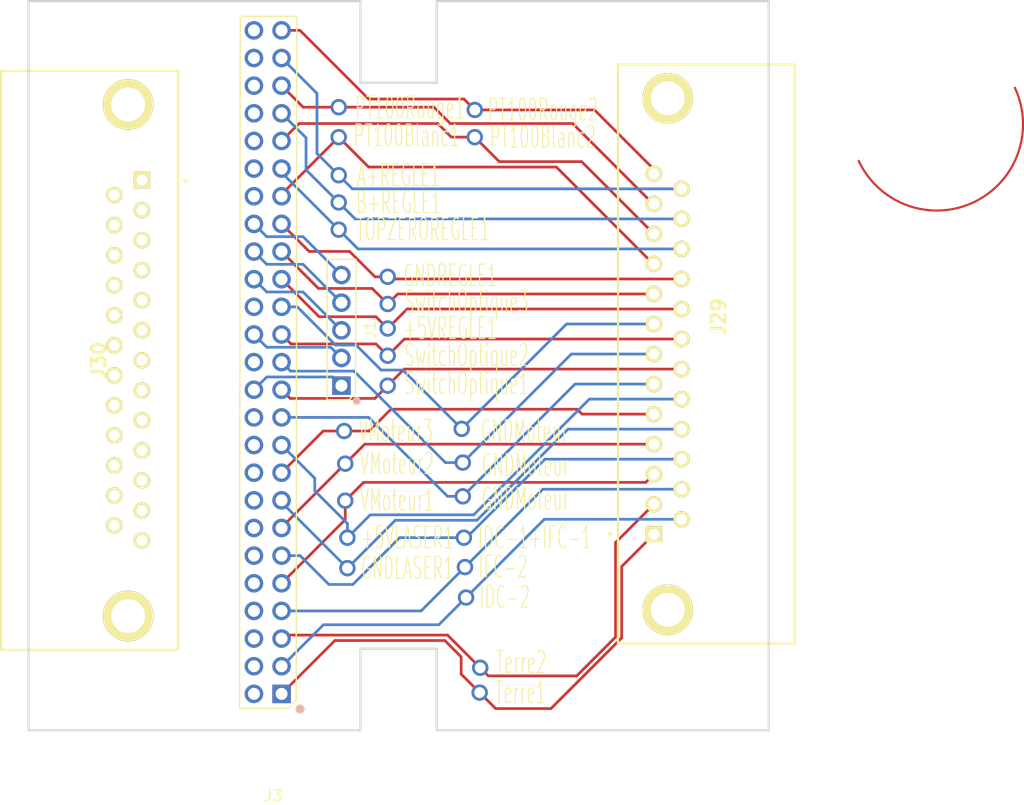
<source format=kicad_pcb>
(kicad_pcb (version 20240108) (generator "pcbnew") (generator_version "8.0")
  (layers (0 "F.Cu" signal) (31 "B.Cu" signal) (34 "B.Paste" user) (35 "F.Paste" user) (36 "B.SilkS" user "B.Silkscreen") (37 "F.SilkS" user "F.Silkscreen") (38 "B.Mask" user) (39 "F.Mask" user) (44 "Edge.Cuts" user))
  (net 0 "")
  (net 1 "Net-(J3-Pin_4)")
  (net 2 "Net-(J3-Pin_14)")
  (net 3 "Net-(J3-Pin_26)")
  (net 4 "Net-(+5VLASER1-Pin_1)")
  (net 5 "Net-(J3-Pin_2)")
  (net 6 "Net-(J3-Pin_42)")
  (net 7 "Net-(J3-Pin_6)")
  (net 8 "Net-(J3-Pin_8)")
  (net 9 "Net-(J3-Pin_38)")
  (net 10 "Net-(J3-Pin_13)")
  (net 11 "Net-(J3-Pin_40)")
  (net 12 "Net-(J3-Pin_16)")
  (net 13 "Net-(J3-Pin_48)")
  (net 14 "Net-(J3-Pin_12)")
  (net 15 "Net-(J3-Pin_44)")
  (net 16 "Net-(J3-Pin_18)")
  (net 17 "Net-(J3-Pin_10)")
  (net 18 "Net-(J3-Pin_30)")
  (net 19 "Net-(J3-Pin_46)")
  (net 20 "Net-(J3-Pin_9)")
  (net 21 "Net-(J3-Pin_20)")
  (net 22 "Net-(+5VREGLE1-Pin_1)")
  (net 23 "Net-(J3-Pin_50)")
  (net 24 "Net-(J3-Pin22)")
  (net 25 "Net-(A+REGLE1-Pin_1)")
  (net 26 "Net-(J29-PadMH1)")
  (net 27 "Net-(J3-Pin_5)")
  (net 28 "Net-(J30-PadMH1)")
  (net 29 "Net-(B+REGLE1-Pin_1)")
  (net 30 "Net-(GNDLASER1-Pin_1)")
  (net 31 "Net-(GNDMoteur1-Pin_1)")
  (net 32 "Net-(GNDMoteur2-Pin_1)")
  (net 33 "Net-(J3-Pin_17)")
  (net 34 "Net-(GNDMoteur3-Pin_1)")
  (net 35 "Net-(GNDREGLE1-Pin_1)")
  (net 36 "Net-(IDC-1+IFC-1-Pin_1)")
  (net 37 "Net-(J3-Pin_41)")
  (net 38 "Net-(J3-Pin_1)")
  (net 39 "Net-(J3-Pin_37)")
  (net 40 "Net-(J3-Pin_49)")
  (net 41 "Net-(J3-Pin_45)")
  (net 42 "Net-(J3-Pin_39)")
  (net 43 "Net-(IDC-2-Pin_1)")
  (net 44 "Net-(IFC-2-Pin_1)")
  (net 45 "Net-(J1-Pin_2)")
  (net 46 "Net-(J1-Pin_3)")
  (net 47 "Net-(J1-Pin_1)")
  (net 48 "Net-(J1-Pin_4)")
  (net 49 "Net-(J1-Pin_5)")
  (net 50 "Net-(J3-Pin_33)")
  (net 51 "Net-(J3-Pin_23)")
  (net 52 "Net-(J3-Pin_27)")
  (footprint "Omiconnecteur:sub_D_25" (layer "F.Cu") (at 110.42 76.44 -90)
    (property "Reference" "J30" (at 16.56 3.97 90) (layer "F.SilkS") (effects (font (size 1.27 1.27) (thickness 0.254))))
    (property "Value" "sub_D_25" (hide yes))
    (fp_line (start -10.04 12.94) (end -10.04 -3.3) (stroke (width 0.2)) (layer "F.SilkS"))
    (fp_line (start 43.16 12.94) (end -10.04 12.94) (stroke (width 0.2)) (layer "F.SilkS"))
    (fp_line (start -10.04 -3.3) (end 43.16 -3.3) (stroke (width 0.2)) (layer "F.SilkS"))
    (fp_line (start 43.16 -3.3) (end 43.16 12.94) (stroke (width 0.2)) (layer "F.SilkS"))
    (fp_line (start -0.04 -4) (end -0.04 -4) (stroke (width 0.2)) (layer "F.SilkS"))
    (fp_line (start 0.16 -4) (end 0.16 -4) (stroke (width 0.2)) (layer "F.SilkS"))
    (fp_arc (start -0.04 -4) (mid 0.06 -4.1) (end 0.16 -4) (stroke (width 0.2)) (layer "F.SilkS"))
    (fp_arc (start 0.16 -4) (mid 0.06 -3.9) (end -0.04 -4) (stroke (width 0.2)) (layer "F.SilkS"))
    (pad "1" thru_hole rect (at 0 0) (size 1.5 1.5) (drill 1) (layers "*.Cu" "*.Mask" "F.SilkS") (net 5 "Net-(J3-Pin_2)"))
    (pad "2" thru_hole circle (at 2.76 0) (size 1.5 1.5) (drill 1) (layers "*.Cu" "*.Mask" "F.SilkS") (net 7 "Net-(J3-Pin_6)"))
    (pad "3" thru_hole circle (at 5.52 0) (size 1.5 1.5) (drill 1) (layers "*.Cu" "*.Mask" "F.SilkS") (net 17 "Net-(J3-Pin_10)"))
    (pad "4" thru_hole circle (at 8.28 0) (size 1.5 1.5) (drill 1) (layers "*.Cu" "*.Mask" "F.SilkS") (net 2 "Net-(J3-Pin_14)"))
    (pad "5" thru_hole circle (at 11.04 0) (size 1.5 1.5) (drill 1) (layers "*.Cu" "*.Mask" "F.SilkS") (net 16 "Net-(J3-Pin_18)"))
    (pad "6" thru_hole circle (at 13.8 0) (size 1.5 1.5) (drill 1) (layers "*.Cu" "*.Mask" "F.SilkS") (net 24 "Net-(J3-Pin22)"))
    (pad "7" thru_hole circle (at 16.56 0) (size 1.5 1.5) (drill 1) (layers "*.Cu" "*.Mask" "F.SilkS") (net 3 "Net-(J3-Pin_26)"))
    (pad "8" thru_hole circle (at 19.32 0) (size 1.5 1.5) (drill 1) (layers "*.Cu" "*.Mask" "F.SilkS") (net 18 "Net-(J3-Pin_30)"))
    (pad "9" thru_hole circle (at 22.08 0) (size 1.5 1.5) (drill 1) (layers "*.Cu" "*.Mask" "F.SilkS") (net 48 "Net-(J1-Pin_4)"))
    (pad "10" thru_hole circle (at 24.84 0) (size 1.5 1.5) (drill 1) (layers "*.Cu" "*.Mask" "F.SilkS") (net 9 "Net-(J3-Pin_38)"))
    (pad "11" thru_hole circle (at 27.6 0) (size 1.5 1.5) (drill 1) (layers "*.Cu" "*.Mask" "F.SilkS") (net 6 "Net-(J3-Pin_42)"))
    (pad "12" thru_hole circle (at 30.36 0) (size 1.5 1.5) (drill 1) (layers "*.Cu" "*.Mask" "F.SilkS") (net 19 "Net-(J3-Pin_46)"))
    (pad "13" thru_hole circle (at 33.12 0) (size 1.5 1.5) (drill 1) (layers "*.Cu" "*.Mask" "F.SilkS") (net 23 "Net-(J3-Pin_50)"))
    (pad "14" thru_hole circle (at 1.38 2.54) (size 1.5 1.5) (drill 1) (layers "*.Cu" "*.Mask" "F.SilkS") (net 1 "Net-(J3-Pin_4)"))
    (pad "15" thru_hole circle (at 4.14 2.54) (size 1.5 1.5) (drill 1) (layers "*.Cu" "*.Mask" "F.SilkS") (net 8 "Net-(J3-Pin_8)"))
    (pad "16" thru_hole circle (at 6.9 2.54) (size 1.5 1.5) (drill 1) (layers "*.Cu" "*.Mask" "F.SilkS") (net 14 "Net-(J3-Pin_12)"))
    (pad "17" thru_hole circle (at 9.66 2.54) (size 1.5 1.5) (drill 1) (layers "*.Cu" "*.Mask" "F.SilkS") (net 12 "Net-(J3-Pin_16)"))
    (pad "18" thru_hole circle (at 12.42 2.54) (size 1.5 1.5) (drill 1) (layers "*.Cu" "*.Mask" "F.SilkS") (net 21 "Net-(J3-Pin_20)"))
    (pad "19" thru_hole circle (at 15.18 2.54) (size 1.5 1.5) (drill 1) (layers "*.Cu" "*.Mask" "F.SilkS") (net 47 "Net-(J1-Pin_1)"))
    (pad "20" thru_hole circle (at 17.94 2.54) (size 1.5 1.5) (drill 1) (layers "*.Cu" "*.Mask" "F.SilkS") (net 45 "Net-(J1-Pin_2)"))
    (pad "21" thru_hole circle (at 20.7 2.54) (size 1.5 1.5) (drill 1) (layers "*.Cu" "*.Mask" "F.SilkS") (net 46 "Net-(J1-Pin_3)"))
    (pad "22" thru_hole circle (at 23.46 2.54) (size 1.5 1.5) (drill 1) (layers "*.Cu" "*.Mask" "F.SilkS") (net 49 "Net-(J1-Pin_5)"))
    (pad "23" thru_hole circle (at 26.22 2.54) (size 1.5 1.5) (drill 1) (layers "*.Cu" "*.Mask" "F.SilkS") (net 11 "Net-(J3-Pin_40)"))
    (pad "24" thru_hole circle (at 28.98 2.54) (size 1.5 1.5) (drill 1) (layers "*.Cu" "*.Mask" "F.SilkS") (net 15 "Net-(J3-Pin_44)"))
    (pad "25" thru_hole circle (at 31.74 2.54) (size 1.5 1.5) (drill 1) (layers "*.Cu" "*.Mask" "F.SilkS") (net 13 "Net-(J3-Pin_48)"))
    (pad "MH1" thru_hole circle (at -6.94 1.27) (size 4.65 4.65) (drill 3.1) (layers "*.Cu" "*.Mask" "F.SilkS") (net 28 "Net-(J30-PadMH1)"))
    (pad "MH2" thru_hole circle (at 40.06 1.27) (size 4.65 4.65) (drill 3.1) (layers "*.Cu" "*.Mask" "F.SilkS") (net 28 "Net-(J30-PadMH1)"))
  )
  (footprint "Omidivers:Pt_trad_1.0mm" (layer "F.Cu") (at 139.9 102.4 180)
    (property "Reference" "GNDMoteur" (at -5.75 -0.25 0) (layer "F.SilkS") (effects (font (size 2 1) (thickness 0.1))))
    (property "Value" "PT_cms_1.0mm" (hide yes))
    (pad "1" thru_hole circle (at 0 0 180) (size 1.5 1.5) (drill 1) (layers "*.Cu" "*.Mask") (net 31 "Net-(GNDMoteur1-Pin_1)"))
  )
  (footprint "Omidivers:Pt_trad_1.0mm" (layer "F.Cu") (at 141.45 123.532 180)
    (property "Reference" "Terre1" (at -3.75 0 0) (layer "F.SilkS") (effects (font (size 2 1) (thickness 0.1))))
    (property "Value" "Pt_trad_1.0mm" (hide yes))
    (pad "1" thru_hole circle (at 0 0 180) (size 1.5 1.5) (drill 1) (layers "*.Cu" "*.Mask") (net 38 "Net-(J3-Pin_1)"))
  )
  (footprint "Omiconnecteur:PinHeader_1x05_P2.54mm_V_omi" (layer "F.Cu") (at 128.75 95.33 180)
    (property "Reference" "J1" (at -2.65 5.13 90) (layer "F.SilkS"))
    (property "Value" "Conn_01x05_P2.54mm_pinheader_vertical" (hide yes))
    (fp_circle (center -1.4 -1.4) (end -1.1 -1.4) (stroke (width 0.1)) (fill solid) (layer "B.SilkS"))
    (fp_line (start 1.33 -1.3) (end 1.33 11.6) (stroke (width 0.12)) (layer "F.SilkS"))
    (fp_line (start -0.7 -1.3) (end 1.33 -1.3) (stroke (width 0.12)) (layer "F.SilkS"))
    (fp_line (start -1.3 -0.7) (end -0.7 -1.3) (stroke (width 0.12)) (layer "F.SilkS"))
    (fp_line (start -1.3 -0.7) (end -1.33 11.6) (stroke (width 0.12)) (layer "F.SilkS"))
    (fp_line (start -1.33 11.6) (end 1.33 11.6) (stroke (width 0.12)) (layer "F.SilkS"))
    (fp_circle (center -1.4 -1.4) (end -1.1 -1.4) (stroke (width 0.1)) (fill solid) (layer "F.SilkS"))
    (pad "1" thru_hole rect (at 0 0 180) (size 1.7 1.7) (drill 1.1) (layers "*.Cu" "*.Mask") (net 47 "Net-(J1-Pin_1)"))
    (pad "2" thru_hole oval (at 0 2.54 180) (size 1.7 1.7) (drill 1.1) (layers "*.Cu" "*.Mask") (net 45 "Net-(J1-Pin_2)"))
    (pad "3" thru_hole oval (at 0 5.08 180) (size 1.7 1.7) (drill 1.1) (layers "*.Cu" "*.Mask") (net 46 "Net-(J1-Pin_3)"))
    (pad "4" thru_hole oval (at 0 7.62 180) (size 1.7 1.7) (drill 1.1) (layers "*.Cu" "*.Mask") (net 48 "Net-(J1-Pin_4)"))
    (pad "5" thru_hole oval (at 0 10.16 180) (size 1.7 1.7) (drill 1.1) (layers "*.Cu" "*.Mask") (net 49 "Net-(J1-Pin_5)"))
  )
  (footprint "Omidivers:pas_trad_1mm" (layer "F.Cu") (at 132.95 95.33 180)
    (property "Reference" "SwitchOptique1" (at -7.3 0.192 0) (layer "F.SilkS") (effects (font (size 2 1) (thickness 0.1))))
    (property "Value" "PT_cms_1.0mm" (hide yes))
    (pad "1" thru_hole circle (at -0.05 0 180) (size 1.5 1.5) (drill 1) (layers "*.Cu" "*.Mask") (net 51 "Net-(J3-Pin_23)"))
  )
  (footprint "Omidivers:Pt_trad_1.0mm" (layer "F.Cu") (at 140.1 112 180)
    (property "Reference" "IFC-2" (at -3.5 0 0) (layer "F.SilkS") (effects (font (size 2 1) (thickness 0.1))))
    (property "Value" "PT_cms_1.0mm" (hide yes))
    (pad "1" thru_hole circle (at 0 0 180) (size 1.5 1.5) (drill 1) (layers "*.Cu" "*.Mask") (net 44 "Net-(IFC-2-Pin_1)"))
  )
  (footprint "Omidivers:Pt_trad_1.0mm" (layer "F.Cu") (at 133 90.08 180)
    (property "Reference" "+5VREGLE1" (at -5.75 0 0) (layer "F.SilkS") (effects (font (size 2 1) (thickness 0.1))))
    (property "Value" "PT_cms_1.0mm" (hide yes))
    (pad "1" thru_hole circle (at 0 0 180) (size 1.5 1.5) (drill 1) (layers "*.Cu" "*.Mask") (net 22 "Net-(+5VREGLE1-Pin_1)"))
  )
  (footprint "Omidivers:Pt_trad_1.0mm" (layer "F.Cu") (at 141 70 180)
    (property "Reference" "PT100Rouge2" (at -6.25 0 0) (layer "F.SilkS") (effects (font (size 2 1) (thickness 0.1))))
    (property "Value" "PT_cms_1.0mm" (hide yes))
    (pad "1" thru_hole circle (at 0 0 180) (size 1.5 1.5) (drill 1) (layers "*.Cu" "*.Mask") (net 40 "Net-(J3-Pin_49)"))
  )
  (footprint "Omidivers:Pt_trad_1.0mm" (layer "F.Cu") (at 141.5 121.25 180)
    (property "Reference" "Terre2" (at -3.75 0.5 0) (layer "F.SilkS") (effects (font (size 2 1) (thickness 0.1))))
    (property "Value" "PT_cms_1.0mm" (hide yes))
    (pad "1" thru_hole circle (at 0 0 180) (size 1.5 1.5) (drill 1) (layers "*.Cu" "*.Mask") (net 27 "Net-(J3-Pin_5)"))
  )
  (footprint "Omidivers:Pt_trad_1.0mm" (layer "F.Cu") (at 129.3 112.1 180)
    (property "Reference" "GNDLASER1" (at -5.5 0 0) (layer "F.SilkS") (effects (font (size 2 1) (thickness 0.1))))
    (property "Value" "PT_cms_1.0mm" (hide yes))
    (pad "1" thru_hole circle (at 0 0 180) (size 1.5 1.5) (drill 1) (layers "*.Cu" "*.Mask") (net 30 "Net-(GNDLASER1-Pin_1)"))
  )
  (footprint "Omidivers:Pt_trad_1.0mm" (layer "F.Cu") (at 128.5 76 180)
    (property "Reference" "A+REGLE1" (at -5.5 -0.017 0) (layer "F.SilkS") (effects (font (size 2 1) (thickness 0.1))))
    (property "Value" "PT_cms_1.0mm" (hide yes))
    (pad "1" thru_hole circle (at 0 0 180) (size 1.5 1.5) (drill 1) (layers "*.Cu" "*.Mask") (net 25 "Net-(A+REGLE1-Pin_1)"))
  )
  (footprint "Omiconnecteur:PinHeader_2x25_P2.54mm_V_omi_1" (layer "F.Cu") (at 123.25 123.65 180)
    (property "Reference" "J3" (at 0.75 -9.35 0) (layer "F.SilkS"))
    (property "Value" "Conn_02x25_Odd_Even_omi" (hide yes))
    (fp_circle (center -1.7 -1.4) (end -1.339445 -1.4) (stroke (width 0.1)) (fill solid) (layer "B.SilkS"))
    (fp_line (start 3.86 -1.4) (end 3.8 62.25) (stroke (width 0.12)) (layer "F.SilkS"))
    (fp_line (start -0.7 -1.33) (end 3.87 -1.33) (stroke (width 0.12)) (layer "F.SilkS"))
    (fp_line (start -1.33 -0.6) (end -0.7 -1.33) (stroke (width 0.12)) (layer "F.SilkS"))
    (fp_line (start -1.34 -0.67) (end -1.4 62.25) (stroke (width 0.12)) (layer "F.SilkS"))
    (fp_line (start -1.4 62.25) (end 3.8 62.25) (stroke (width 0.12)) (layer "F.SilkS"))
    (fp_circle (center -1.7 -1.4) (end -1.339445 -1.4) (stroke (width 0.1)) (fill solid) (layer "F.SilkS"))
    (pad "1" thru_hole rect (at 0 0 180) (size 1.7 1.7) (drill 1.1) (layers "*.Cu" "*.Mask") (net 38 "Net-(J3-Pin_1)"))
    (pad "2" thru_hole oval (at 2.54 0 180) (size 1.7 1.7) (drill 1.1) (layers "*.Cu" "*.Mask") (net 5 "Net-(J3-Pin_2)"))
    (pad "3" thru_hole oval (at 0 2.54 180) (size 1.7 1.7) (drill 1.1) (layers "*.Cu" "*.Mask") (net 43 "Net-(IDC-2-Pin_1)"))
    (pad "4" thru_hole oval (at 2.54 2.54 180) (size 1.7 1.7) (drill 1.1) (layers "*.Cu" "*.Mask") (net 1 "Net-(J3-Pin_4)"))
    (pad "5" thru_hole oval (at 0 5.08 180) (size 1.7 1.7) (drill 1.1) (layers "*.Cu" "*.Mask") (net 27 "Net-(J3-Pin_5)"))
    (pad "6" thru_hole oval (at 2.54 5.08 180) (size 1.7 1.7) (drill 1.1) (layers "*.Cu" "*.Mask") (net 7 "Net-(J3-Pin_6)"))
    (pad "7" thru_hole oval (at 0 7.62 180) (size 1.7 1.7) (drill 1.1) (layers "*.Cu" "*.Mask") (net 44 "Net-(IFC-2-Pin_1)"))
    (pad "8" thru_hole oval (at 2.54 7.62 180) (size 1.7 1.7) (drill 1.1) (layers "*.Cu" "*.Mask") (net 8 "Net-(J3-Pin_8)"))
    (pad "9" thru_hole oval (at 0 10.16 180) (size 1.7 1.7) (drill 1.1) (layers "*.Cu" "*.Mask") (net 20 "Net-(J3-Pin_9)"))
    (pad "10" thru_hole oval (at 2.54 10.16 180) (size 1.7 1.7) (drill 1.1) (layers "*.Cu" "*.Mask") (net 17 "Net-(J3-Pin_10)"))
    (pad "11" thru_hole oval (at 0 12.7 180) (size 1.7 1.7) (drill 1.1) (layers "*.Cu" "*.Mask") (net 36 "Net-(IDC-1+IFC-1-Pin_1)"))
    (pad "12" thru_hole oval (at 2.54 12.7 180) (size 1.7 1.7) (drill 1.1) (layers "*.Cu" "*.Mask") (net 14 "Net-(J3-Pin_12)"))
    (pad "13" thru_hole oval (at 0 15.24 180) (size 1.7 1.7) (drill 1.1) (layers "*.Cu" "*.Mask") (net 10 "Net-(J3-Pin_13)"))
    (pad "14" thru_hole oval (at 2.54 15.24 180) (size 1.7 1.7) (drill 1.1) (layers "*.Cu" "*.Mask") (net 2 "Net-(J3-Pin_14)"))
    (pad "15" thru_hole oval (at 0 17.78 180) (size 1.7 1.7) (drill 1.1) (layers "*.Cu" "*.Mask") (net 30 "Net-(GNDLASER1-Pin_1)"))
    (pad "16" thru_hole oval (at 2.54 17.78 180) (size 1.7 1.7) (drill 1.1) (layers "*.Cu" "*.Mask") (net 12 "Net-(J3-Pin_16)"))
    (pad "17" thru_hole oval (at 0 20.32 180) (size 1.7 1.7) (drill 1.1) (layers "*.Cu" "*.Mask") (net 33 "Net-(J3-Pin_17)"))
    (pad "18" thru_hole oval (at 2.54 20.32 180) (size 1.7 1.7) (drill 1.1) (layers "*.Cu" "*.Mask") (net 16 "Net-(J3-Pin_18)"))
    (pad "19" thru_hole oval (at 0 22.86 180) (size 1.7 1.7) (drill 1.1) (layers "*.Cu" "*.Mask") (net 4 "Net-(+5VLASER1-Pin_1)"))
    (pad "20" thru_hole oval (at 2.54 22.86 180) (size 1.7 1.7) (drill 1.1) (layers "*.Cu" "*.Mask") (net 21 "Net-(J3-Pin_20)"))
    (pad "21" thru_hole oval (at 0 25.4 180) (size 1.7 1.7) (drill 1.1) (layers "*.Cu" "*.Mask") (net 32 "Net-(GNDMoteur2-Pin_1)"))
    (pad "22" thru_hole oval (at 2.54 25.4 180) (size 1.7 1.7) (drill 1.1) (layers "*.Cu" "*.Mask") (net 24 "Net-(J3-Pin22)"))
    (pad "23" thru_hole oval (at 0 27.94 180) (size 1.7 1.7) (drill 1.1) (layers "*.Cu" "*.Mask") (net 51 "Net-(J3-Pin_23)"))
    (pad "24" thru_hole oval (at 2.54 27.94 180) (size 1.7 1.7) (drill 1.1) (layers "*.Cu" "*.Mask") (net 47 "Net-(J1-Pin_1)"))
    (pad "25" thru_hole oval (at 0 30.48 180) (size 1.7 1.7) (drill 1.1) (layers "*.Cu" "*.Mask") (net 31 "Net-(GNDMoteur1-Pin_1)"))
    (pad "26" thru_hole oval (at 2.54 30.48 180) (size 1.7 1.7) (drill 1.1) (layers "*.Cu" "*.Mask") (net 3 "Net-(J3-Pin_26)"))
    (pad "27" thru_hole oval (at 0 33.02 180) (size 1.7 1.7) (drill 1.1) (layers "*.Cu" "*.Mask") (net 52 "Net-(J3-Pin_27)"))
    (pad "28" thru_hole oval (at 2.54 33.02 180) (size 1.7 1.7) (drill 1.1) (layers "*.Cu" "*.Mask") (net 45 "Net-(J1-Pin_2)"))
    (pad "29" thru_hole oval (at 0 35.56 180) (size 1.7 1.7) (drill 1.1) (layers "*.Cu" "*.Mask") (net 34 "Net-(GNDMoteur3-Pin_1)"))
    (pad "30" thru_hole oval (at 2.54 35.56 180) (size 1.7 1.7) (drill 1.1) (layers "*.Cu" "*.Mask") (net 18 "Net-(J3-Pin_30)"))
    (pad "31" thru_hole oval (at 0 38.1 180) (size 1.7 1.7) (drill 1.1) (layers "*.Cu" "*.Mask") (net 22 "Net-(+5VREGLE1-Pin_1)"))
    (pad "32" thru_hole oval (at 2.54 38.1 180) (size 1.7 1.7) (drill 1.1) (layers "*.Cu" "*.Mask") (net 46 "Net-(J1-Pin_3)"))
    (pad "33" thru_hole oval (at 0 40.64 180) (size 1.7 1.7) (drill 1.1) (layers "*.Cu" "*.Mask") (net 50 "Net-(J3-Pin_33)"))
    (pad "34" thru_hole oval (at 2.54 40.64 180) (size 1.7 1.7) (drill 1.1) (layers "*.Cu" "*.Mask") (net 48 "Net-(J1-Pin_4)"))
    (pad "35" thru_hole oval (at 0 43.18 180) (size 1.7 1.7) (drill 1.1) (layers "*.Cu" "*.Mask") (net 35 "Net-(GNDREGLE1-Pin_1)"))
    (pad "36" thru_hole oval (at 2.54 43.18 180) (size 1.7 1.7) (drill 1.1) (layers "*.Cu" "*.Mask") (net 49 "Net-(J1-Pin_5)"))
    (pad "37" thru_hole oval (at 0 45.72 180) (size 1.7 1.7) (drill 1.1) (layers "*.Cu" "*.Mask") (net 39 "Net-(J3-Pin_37)"))
    (pad "38" thru_hole oval (at 2.54 45.72 180) (size 1.7 1.7) (drill 1.1) (layers "*.Cu" "*.Mask") (net 9 "Net-(J3-Pin_38)"))
    (pad "39" thru_hole oval (at 0 48.26 180) (size 1.7 1.7) (drill 1.1) (layers "*.Cu" "*.Mask") (net 42 "Net-(J3-Pin_39)"))
    (pad "40" thru_hole oval (at 2.54 48.26 180) (size 1.7 1.7) (drill 1.1) (layers "*.Cu" "*.Mask") (net 11 "Net-(J3-Pin_40)"))
    (pad "41" thru_hole oval (at 0 50.8 180) (size 1.7 1.7) (drill 1.1) (layers "*.Cu" "*.Mask") (net 37 "Net-(J3-Pin_41)"))
    (pad "42" thru_hole oval (at 2.54 50.8 180) (size 1.7 1.7) (drill 1.1) (layers "*.Cu" "*.Mask") (net 6 "Net-(J3-Pin_42)"))
    (pad "43" thru_hole oval (at 0 53.34 180) (size 1.7 1.7) (drill 1.1) (layers "*.Cu" "*.Mask") (net 29 "Net-(B+REGLE1-Pin_1)"))
    (pad "44" thru_hole oval (at 2.54 53.34 180) (size 1.7 1.7) (drill 1.1) (layers "*.Cu" "*.Mask") (net 15 "Net-(J3-Pin_44)"))
    (pad "45" thru_hole oval (at 0 55.88 180) (size 1.7 1.7) (drill 1.1) (layers "*.Cu" "*.Mask") (net 41 "Net-(J3-Pin_45)"))
    (pad "46" thru_hole oval (at 2.54 55.88 180) (size 1.7 1.7) (drill 1.1) (layers "*.Cu" "*.Mask") (net 19 "Net-(J3-Pin_46)"))
    (pad "47" thru_hole oval (at 0 58.42 180) (size 1.7 1.7) (drill 1.1) (layers "*.Cu" "*.Mask") (net 25 "Net-(A+REGLE1-Pin_1)"))
    (pad "48" thru_hole oval (at 2.54 58.42 180) (size 1.7 1.7) (drill 1.1) (layers "*.Cu" "*.Mask") (net 13 "Net-(J3-Pin_48)"))
    (pad "49" thru_hole oval (at 0 60.96 180) (size 1.7 1.7) (drill 1.1) (layers "*.Cu" "*.Mask") (net 40 "Net-(J3-Pin_49)"))
    (pad "50" thru_hole oval (at 2.54 60.96 180) (size 1.7 1.7) (drill 1.1) (layers "*.Cu" "*.Mask") (net 23 "Net-(J3-Pin_50)"))
  )
  (footprint "Omidivers:Pt_trad_1.0mm" (layer "F.Cu") (at 139.8 99.3 180)
    (property "Reference" "GNDMoteur" (at -5.75 -0.25 0) (layer "F.SilkS") (effects (font (size 2 1) (thickness 0.1))))
    (property "Value" "PT_cms_1.0mm" (hide yes))
    (pad "1" thru_hole circle (at 0 0 180) (size 1.5 1.5) (drill 1) (layers "*.Cu" "*.Mask") (net 34 "Net-(GNDMoteur3-Pin_1)"))
  )
  (footprint "Omidivers:Pt_trad_1.0mm" (layer "F.Cu") (at 128.5 78.5 180)
    (property "Reference" "B+REGLE1" (at -5.5 0 0) (layer "F.SilkS") (effects (font (size 2 1) (thickness 0.1))))
    (property "Value" "PT_cms_1.0mm" (hide yes))
    (pad "1" thru_hole circle (at 0 0 180) (size 1.5 1.5) (drill 1) (layers "*.Cu" "*.Mask") (net 29 "Net-(B+REGLE1-Pin_1)"))
  )
  (footprint "Omidivers:Pt_trad_1.0mm" (layer "F.Cu") (at 128.5 72.5 180)
    (property "Reference" "PT100Blanc1" (at -6.25 0.128 0) (layer "F.SilkS") (effects (font (size 2 1) (thickness 0.1))))
    (property "Value" "PT_cms_1.0mm" (hide yes))
    (pad "1" thru_hole circle (at 0 0 180) (size 1.5 1.5) (drill 1) (layers "*.Cu" "*.Mask") (net 39 "Net-(J3-Pin_37)"))
  )
  (footprint "Omidivers:Pt_trad_1.0mm" (layer "F.Cu") (at 129.1 102.5 180)
    (property "Reference" "VMoteur2" (at -4.75 0.012 0) (layer "F.SilkS") (effects (font (size 2 1) (thickness 0.1))))
    (property "Value" "PT_cms_1.0mm" (hide yes))
    (pad "1" thru_hole circle (at 0 0 180) (size 1.5 1.5) (drill 1) (layers "*.Cu" "*.Mask") (net 10 "Net-(J3-Pin_13)"))
  )
  (footprint "Omidivers:Pt_trad_1.0mm" (layer "F.Cu") (at 133 85.33 180)
    (property "Reference" "GNDREGLE1" (at -5.75 0.09 0) (layer "F.SilkS") (effects (font (size 2 1) (thickness 0.1))))
    (property "Value" "PT_cms_1.0mm" (hide yes))
    (pad "1" thru_hole circle (at 0 0 180) (size 1.5 1.5) (drill 1) (layers "*.Cu" "*.Mask") (net 35 "Net-(GNDREGLE1-Pin_1)"))
  )
  (footprint "Omidivers:Pt_trad_1.0mm" (layer "F.Cu") (at 129.3 109.3 180)
    (property "Reference" "+5VLASER1" (at -5.5 0 0) (layer "F.SilkS") (effects (font (size 2 1) (thickness 0.1))))
    (property "Value" "PT_cms_1.0mm" (hide yes))
    (pad "1" thru_hole circle (at 0 0 180) (size 1.5 1.5) (drill 1) (layers "*.Cu" "*.Mask") (net 4 "Net-(+5VLASER1-Pin_1)"))
  )
  (footprint "Omidivers:Pt_trad_1.0mm" (layer "F.Cu") (at 141 72.5 180)
    (property "Reference" "PT100Blanc2" (at -6.25 0 0) (layer "F.SilkS") (effects (font (size 2 1) (thickness 0.1))))
    (property "Value" "PT_cms_1.0mm" (hide yes))
    (pad "1" thru_hole circle (at 0 0 180) (size 1.5 1.5) (drill 1) (layers "*.Cu" "*.Mask") (net 37 "Net-(J3-Pin_41)"))
  )
  (footprint "Omidivers:Pt_trad_1.0mm" (layer "F.Cu") (at 133 92.58 180)
    (property "Reference" "SwitchOptique2" (at -7.25 0.038 0) (layer "F.SilkS") (effects (font (size 2 1) (thickness 0.1))))
    (property "Value" "PT_cms_1.0mm" (hide yes))
    (pad "1" thru_hole circle (at 0 0 180) (size 1.5 1.5) (drill 1) (layers "*.Cu" "*.Mask") (net 52 "Net-(J3-Pin_27)"))
  )
  (footprint "Omidivers:Pt_trad_1.0mm" (layer "F.Cu") (at 128.5 69.75 180)
    (property "Reference" "PT100Rouge1" (at -6.55 -0.07 0) (layer "F.SilkS") (effects (font (size 2 1) (thickness 0.1))))
    (property "Value" "PT_cms_1.0mm" (hide yes))
    (pad "1" thru_hole circle (at 0 0 180) (size 1.5 1.5) (drill 1) (layers "*.Cu" "*.Mask") (net 41 "Net-(J3-Pin_45)"))
  )
  (footprint "Omiconnecteur:sub_D_25" (layer "F.Cu") (at 157.46 108.99 90)
    (property "Reference" "J29" (at 19.964 5.946 90) (layer "F.SilkS") (effects (font (size 1.27 1.27) (thickness 0.254))))
    (property "Value" "sub_D_25" (hide yes))
    (fp_line (start 0.16 -4) (end 0.16 -4) (stroke (width 0.2)) (layer "F.SilkS"))
    (fp_line (start -0.04 -4) (end -0.04 -4) (stroke (width 0.2)) (layer "F.SilkS"))
    (fp_line (start 43.16 -3.3) (end 43.16 12.94) (stroke (width 0.2)) (layer "F.SilkS"))
    (fp_line (start -10.04 -3.3) (end 43.16 -3.3) (stroke (width 0.2)) (layer "F.SilkS"))
    (fp_line (start 43.16 12.94) (end -10.04 12.94) (stroke (width 0.2)) (layer "F.SilkS"))
    (fp_line (start -10.04 12.94) (end -10.04 -3.3) (stroke (width 0.2)) (layer "F.SilkS"))
    (fp_arc (start 0.16 -4) (mid 0.06 -3.9) (end -0.04 -4) (stroke (width 0.2)) (layer "F.SilkS"))
    (fp_arc (start -0.04 -4) (mid 0.06 -4.1) (end 0.16 -4) (stroke (width 0.2)) (layer "F.SilkS"))
    (pad "1" thru_hole rect (at 0 0 180) (size 1.5 1.5) (drill 1) (layers "*.Cu" "*.Mask" "F.SilkS") (net 38 "Net-(J3-Pin_1)"))
    (pad "2" thru_hole circle (at 2.76 0 180) (size 1.5 1.5) (drill 1) (layers "*.Cu" "*.Mask" "F.SilkS") (net 27 "Net-(J3-Pin_5)"))
    (pad "3" thru_hole circle (at 5.52 0 180) (size 1.5 1.5) (drill 1) (layers "*.Cu" "*.Mask" "F.SilkS") (net 20 "Net-(J3-Pin_9)"))
    (pad "4" thru_hole circle (at 8.28 0 180) (size 1.5 1.5) (drill 1) (layers "*.Cu" "*.Mask" "F.SilkS") (net 10 "Net-(J3-Pin_13)"))
    (pad "5" thru_hole circle (at 11.04 0 180) (size 1.5 1.5) (drill 1) (layers "*.Cu" "*.Mask" "F.SilkS") (net 33 "Net-(J3-Pin_17)"))
    (pad "6" thru_hole circle (at 13.8 0 180) (size 1.5 1.5) (drill 1) (layers "*.Cu" "*.Mask" "F.SilkS") (net 32 "Net-(GNDMoteur2-Pin_1)"))
    (pad "7" thru_hole circle (at 16.56 0 180) (size 1.5 1.5) (drill 1) (layers "*.Cu" "*.Mask" "F.SilkS") (net 31 "Net-(GNDMoteur1-Pin_1)"))
    (pad "8" thru_hole circle (at 19.32 0 180) (size 1.5 1.5) (drill 1) (layers "*.Cu" "*.Mask" "F.SilkS") (net 34 "Net-(GNDMoteur3-Pin_1)"))
    (pad "9" thru_hole circle (at 22.08 0 180) (size 1.5 1.5) (drill 1) (layers "*.Cu" "*.Mask" "F.SilkS") (net 50 "Net-(J3-Pin_33)"))
    (pad "10" thru_hole circle (at 24.84 0 180) (size 1.5 1.5) (drill 1) (layers "*.Cu" "*.Mask" "F.SilkS") (net 39 "Net-(J3-Pin_37)"))
    (pad "11" thru_hole circle (at 27.6 0 180) (size 1.5 1.5) (drill 1) (layers "*.Cu" "*.Mask" "F.SilkS") (net 37 "Net-(J3-Pin_41)"))
    (pad "12" thru_hole circle (at 30.36 0 180) (size 1.5 1.5) (drill 1) (layers "*.Cu" "*.Mask" "F.SilkS") (net 41 "Net-(J3-Pin_45)"))
    (pad "13" thru_hole circle (at 33.12 0 180) (size 1.5 1.5) (drill 1) (layers "*.Cu" "*.Mask" "F.SilkS") (net 40 "Net-(J3-Pin_49)"))
    (pad "14" thru_hole circle (at 1.38 2.54 180) (size 1.5 1.5) (drill 1) (layers "*.Cu" "*.Mask" "F.SilkS") (net 43 "Net-(IDC-2-Pin_1)"))
    (pad "15" thru_hole circle (at 4.14 2.54 180) (size 1.5 1.5) (drill 1) (layers "*.Cu" "*.Mask" "F.SilkS") (net 44 "Net-(IFC-2-Pin_1)"))
    (pad "16" thru_hole circle (at 6.9 2.54 180) (size 1.5 1.5) (drill 1) (layers "*.Cu" "*.Mask" "F.SilkS") (net 36 "Net-(IDC-1+IFC-1-Pin_1)"))
    (pad "17" thru_hole circle (at 9.66 2.54 180) (size 1.5 1.5) (drill 1) (layers "*.Cu" "*.Mask" "F.SilkS") (net 30 "Net-(GNDLASER1-Pin_1)"))
    (pad "18" thru_hole circle (at 12.42 2.54 180) (size 1.5 1.5) (drill 1) (layers "*.Cu" "*.Mask" "F.SilkS") (net 4 "Net-(+5VLASER1-Pin_1)"))
    (pad "19" thru_hole circle (at 15.18 2.54 180) (size 1.5 1.5) (drill 1) (layers "*.Cu" "*.Mask" "F.SilkS") (net 51 "Net-(J3-Pin_23)"))
    (pad "20" thru_hole circle (at 17.94 2.54 180) (size 1.5 1.5) (drill 1) (layers "*.Cu" "*.Mask" "F.SilkS") (net 52 "Net-(J3-Pin_27)"))
    (pad "21" thru_hole circle (at 20.7 2.54 180) (size 1.5 1.5) (drill 1) (layers "*.Cu" "*.Mask" "F.SilkS") (net 22 "Net-(+5VREGLE1-Pin_1)"))
    (pad "22" thru_hole circle (at 23.46 2.54 180) (size 1.5 1.5) (drill 1) (layers "*.Cu" "*.Mask" "F.SilkS") (net 35 "Net-(GNDREGLE1-Pin_1)"))
    (pad "23" thru_hole circle (at 26.22 2.54 180) (size 1.5 1.5) (drill 1) (layers "*.Cu" "*.Mask" "F.SilkS") (net 42 "Net-(J3-Pin_39)"))
    (pad "24" thru_hole circle (at 28.98 2.54 180) (size 1.5 1.5) (drill 1) (layers "*.Cu" "*.Mask" "F.SilkS") (net 29 "Net-(B+REGLE1-Pin_1)"))
    (pad "25" thru_hole circle (at 31.74 2.54 180) (size 1.5 1.5) (drill 1) (layers "*.Cu" "*.Mask" "F.SilkS") (net 25 "Net-(A+REGLE1-Pin_1)"))
    (pad "MH1" thru_hole circle (at -6.94 1.27 180) (size 4.65 4.65) (drill 3.1) (layers "*.Cu" "*.Mask" "F.SilkS") (net 26 "Net-(J29-PadMH1)"))
    (pad "MH2" thru_hole circle (at 40.06 1.27 180) (size 4.65 4.65) (drill 3.1) (layers "*.Cu" "*.Mask" "F.SilkS") (net 26 "Net-(J29-PadMH1)"))
  )
  (footprint "Omidivers:Pt_trad_1.0mm" (layer "F.Cu") (at 140 109.3 180)
    (property "Reference" "IDC-1+IFC-1" (at -6.5 0 0) (layer "F.SilkS") (effects (font (size 2 1) (thickness 0.1))))
    (property "Value" "PT_cms_1.0mm" (hide yes))
    (pad "1" thru_hole circle (at 0 0 180) (size 1.5 1.5) (drill 1) (layers "*.Cu" "*.Mask") (net 36 "Net-(IDC-1+IFC-1-Pin_1)"))
  )
  (footprint "Omidivers:Pt_trad_1.0mm" (layer "F.Cu") (at 133 87.83 180)
    (property "Reference" "SwitchOptique3" (at -7.25 0.192 0) (layer "F.SilkS") (effects (font (size 2 1) (thickness 0.1))))
    (property "Value" "PT_cms_1.0mm" (hide yes))
    (pad "1" thru_hole circle (at 0 0 180) (size 1.5 1.5) (drill 1) (layers "*.Cu" "*.Mask") (net 50 "Net-(J3-Pin_33)"))
  )
  (footprint "Omidivers:Pt_trad_1.0mm" (layer "F.Cu") (at 140.2 114.8 180)
    (property "Reference" "IDC-2" (at -3.55 0.032 0) (layer "F.SilkS") (effects (font (size 2 1) (thickness 0.1))))
    (property "Value" "PT_cms_1.0mm" (hide yes))
    (pad "1" thru_hole circle (at 0 0 180) (size 1.5 1.5) (drill 1) (layers "*.Cu" "*.Mask") (net 43 "Net-(IDC-2-Pin_1)"))
  )
  (footprint "Omidivers:Pt_trad_1.0mm" (layer "F.Cu") (at 129 99.5 180)
    (property "Reference" "VMoteur3" (at -4.75 0 0) (layer "F.SilkS") (effects (font (size 2 1) (thickness 0.1))))
    (property "Value" "PT_cms_1.0mm" (hide yes))
    (pad "1" thru_hole circle (at 0 0 180) (size 1.5 1.5) (drill 1) (layers "*.Cu" "*.Mask") (net 33 "Net-(J3-Pin_17)"))
  )
  (footprint "Omidivers:Pt_trad_1.0mm" (layer "F.Cu") (at 129.1 105.9 180)
    (property "Reference" "VMoteur1" (at -4.75 0.044 0) (layer "F.SilkS") (effects (font (size 2 1) (thickness 0.1))))
    (property "Value" "PT_cms_1.0mm" (hide yes))
    (pad "1" thru_hole circle (at 0 0 180) (size 1.5 1.5) (drill 1) (layers "*.Cu" "*.Mask") (net 20 "Net-(J3-Pin_9)"))
  )
  (footprint "Omidivers:Pt_trad_1.0mm" (layer "F.Cu") (at 139.9 105.5 180)
    (property "Reference" "GNDMoteur" (at -5.75 -0.25 0) (layer "F.SilkS") (effects (font (size 2 1) (thickness 0.1))))
    (property "Value" "PT_cms_1.0mm" (hide yes))
    (pad "1" thru_hole circle (at 0 0 180) (size 1.5 1.5) (drill 1) (layers "*.Cu" "*.Mask") (net 32 "Net-(GNDMoteur2-Pin_1)"))
  )
  (footprint "Omidivers:Pt_trad_1.0mm" (layer "F.Cu") (at 128.5 81 180)
    (property "Reference" "TOPZEROREGLE1" (at -7.75 0 0) (layer "F.SilkS") (effects (font (size 2 1) (thickness 0.1))))
    (property "Value" "PT_cms_1.0mm" (hide yes))
    (pad "1" thru_hole circle (at 0 0 180) (size 1.5 1.5) (drill 1) (layers "*.Cu" "*.Mask") (net 42 "Net-(J3-Pin_39)"))
  )
  (gr_arc (start 190.626204 67.973178) (mid 186.8 78.5) (end 176.273178 74.673797) (stroke (width 0.2)) (layer "F.Cu"))
  (gr_line (start 168 60) (end 168 127) (stroke (width 0.2)) (layer "Edge.Cuts"))
  (gr_line (start 137.5 67.5) (end 137.5 60) (stroke (width 0.2)) (layer "Edge.Cuts"))
  (gr_line (start 137.5 60) (end 168 60) (stroke (width 0.2)) (layer "Edge.Cuts"))
  (gr_line (start 130.5 127) (end 100 127) (stroke (width 0.2)) (layer "Edge.Cuts"))
  (gr_line (start 130.5 67.5) (end 137.5 67.5) (stroke (width 0.2)) (layer "Edge.Cuts"))
  (gr_line (start 100 60) (end 130.5 60) (stroke (width 0.2)) (layer "Edge.Cuts"))
  (gr_line (start 168 127) (end 137.5 127) (stroke (width 0.2)) (layer "Edge.Cuts"))
  (gr_line (start 137.5 119.5) (end 130.5 119.5) (stroke (width 0.2)) (layer "Edge.Cuts"))
  (gr_line (start 137.5 127) (end 137.5 119.5) (stroke (width 0.2)) (layer "Edge.Cuts"))
  (gr_line (start 130.5 119.5) (end 130.5 127) (stroke (width 0.2)) (layer "Edge.Cuts"))
  (gr_line (start 100 127) (end 100 60) (stroke (width 0.2)) (layer "Edge.Cuts"))
  (gr_line (start 130.5 60) (end 130.5 67.5) (stroke (width 0.2)) (layer "Edge.Cuts"))
  (segment (start 129.3 108) (end 126.3 105) (width 0.25) (layer "B.Cu") (net 4))
  (segment (start 129.3 109.3) (end 129.3 108) (width 0.25) (layer "B.Cu") (net 4))
  (segment (start 160 96.57) (end 151.53 96.57) (width 0.25) (layer "B.Cu") (net 4))
  (segment (start 131.4 107.2) (end 129.3 109.3) (width 0.25) (layer "B.Cu") (net 4))
  (segment (start 140.9 107.2) (end 131.4 107.2) (width 0.25) (layer "B.Cu") (net 4))
  (segment (start 151.53 96.57) (end 140.9 107.2) (width 0.25) (layer "B.Cu") (net 4))
  (segment (start 126.3 105) (end 126.3 103.84) (width 0.25) (layer "B.Cu") (net 4))
  (segment (start 126.3 103.84) (end 123.25 100.79) (width 0.25) (layer "B.Cu") (net 4))
  (segment (start 157.46 100.71) (end 130.89 100.71) (width 0.25) (layer "F.Cu") (net 10))
  (segment (start 123.25 108.35) (end 123.25 108.41) (width 0.25) (layer "F.Cu") (net 10))
  (segment (start 129.1 102.5) (end 123.25 108.35) (width 0.25) (layer "F.Cu") (net 10))
  (segment (start 130.89 100.71) (end 129.1 102.5) (width 0.25) (layer "F.Cu") (net 10))
  (segment (start 156.71 104.22) (end 130.78 104.22) (width 0.25) (layer "F.Cu") (net 20))
  (segment (start 130.78 104.22) (end 129.1 105.9) (width 0.25) (layer "F.Cu") (net 20))
  (segment (start 157.46 103.47) (end 156.71 104.22) (width 0.25) (layer "F.Cu") (net 20))
  (segment (start 129.1 105.9) (end 129.1 107.64) (width 0.25) (layer "F.Cu") (net 20))
  (segment (start 129.1 107.64) (end 123.25 113.49) (width 0.25) (layer "F.Cu") (net 20))
  (segment (start 131.92 89) (end 126.7 89) (width 0.25) (layer "F.Cu") (net 22))
  (segment (start 134.79 88.29) (end 133 90.08) (width 0.25) (layer "F.Cu") (net 22))
  (segment (start 160 88.29) (end 134.79 88.29) (width 0.25) (layer "F.Cu") (net 22))
  (segment (start 133 90.08) (end 131.92 89) (width 0.25) (layer "F.Cu") (net 22))
  (segment (start 126.7 89) (end 123.25 85.55) (width 0.25) (layer "F.Cu") (net 22))
  (segment (start 126.5 68.48) (end 123.25 65.23) (width 0.25) (layer "B.Cu") (net 25))
  (segment (start 160 77.25) (end 129.75 77.25) (width 0.25) (layer "B.Cu") (net 25))
  (segment (start 128.5 76) (end 126.5 74) (width 0.25) (layer "B.Cu") (net 25))
  (segment (start 129.75 77.25) (end 128.5 76) (width 0.25) (layer "B.Cu") (net 25))
  (segment (start 126.5 74) (end 126.5 68.48) (width 0.25) (layer "B.Cu") (net 25))
  (segment (start 153.931802 109.758198) (end 153.931802 118.431802) (width 0.25) (layer "F.Cu") (net 27))
  (segment (start 142.25 122) (end 141.5 121.25) (width 0.25) (layer "F.Cu") (net 27))
  (segment (start 138.5 118.25) (end 123.57 118.25) (width 0.25) (layer "F.Cu") (net 27))
  (segment (start 150.363604 122) (end 142.25 122) (width 0.25) (layer "F.Cu") (net 27))
  (segment (start 153.931802 118.431802) (end 150.363604 122) (width 0.25) (layer "F.Cu") (net 27))
  (segment (start 141.5 121.25) (end 138.5 118.25) (width 0.25) (layer "F.Cu") (net 27))
  (segment (start 123.57 118.25) (end 123.25 118.57) (width 0.25) (layer "F.Cu") (net 27))
  (segment (start 157.46 106.23) (end 153.931802 109.758198) (width 0.25) (layer "F.Cu") (net 27))
  (segment (start 125.5 72.56) (end 123.25 70.31) (width 0.25) (layer "B.Cu") (net 29))
  (segment (start 128.5 78.5) (end 125.5 75.5) (width 0.25) (layer "B.Cu") (net 29))
  (segment (start 130.01 80.01) (end 128.5 78.5) (width 0.25) (layer "B.Cu") (net 29))
  (segment (start 125.5 75.5) (end 125.5 72.56) (width 0.25) (layer "B.Cu") (net 29))
  (segment (start 160 80.01) (end 130.01 80.01) (width 0.25) (layer "B.Cu") (net 29))
  (segment (start 133.7 107.7) (end 129.3 112.1) (width 0.25) (layer "B.Cu") (net 30))
  (segment (start 141.2 107.7) (end 133.7 107.7) (width 0.25) (layer "B.Cu") (net 30))
  (segment (start 123.25 106.05) (end 123.25 105.87) (width 0.25) (layer "B.Cu") (net 30))
  (segment (start 149.57 99.33) (end 141.2 107.7) (width 0.25) (layer "B.Cu") (net 30))
  (segment (start 129.3 112.1) (end 123.25 106.05) (width 0.25) (layer "B.Cu") (net 30))
  (segment (start 160 99.33) (end 149.57 99.33) (width 0.25) (layer "B.Cu") (net 30))
  (segment (start 129.9 94) (end 124.08 94) (width 0.25) (layer "B.Cu") (net 31))
  (segment (start 138.3 102.4) (end 129.9 94) (width 0.25) (layer "B.Cu") (net 31))
  (segment (start 149.87 92.43) (end 139.9 102.4) (width 0.25) (layer "B.Cu") (net 31))
  (segment (start 139.9 102.4) (end 138.3 102.4) (width 0.25) (layer "B.Cu") (net 31))
  (segment (start 157.46 92.43) (end 149.87 92.43) (width 0.25) (layer "B.Cu") (net 31))
  (segment (start 124.08 94) (end 123.25 93.17) (width 0.25) (layer "B.Cu") (net 31))
  (segment (start 139.9 105.5) (end 138.5 105.5) (width 0.25) (layer "B.Cu") (net 32))
  (segment (start 131.25 98.25) (end 123.25 98.25) (width 0.25) (layer "B.Cu") (net 32))
  (segment (start 150.21 95.19) (end 139.9 105.5) (width 0.25) (layer "B.Cu") (net 32))
  (segment (start 138.5 105.5) (end 131.25 98.25) (width 0.25) (layer "B.Cu") (net 32))
  (segment (start 157.46 95.19) (end 150.21 95.19) (width 0.25) (layer "B.Cu") (net 32))
  (segment (start 129 99.5) (end 127.08 99.5) (width 0.25) (layer "F.Cu") (net 33))
  (segment (start 133.3 97.5) (end 131.3 99.5) (width 0.25) (layer "F.Cu") (net 33))
  (segment (start 150.85 97.95) (end 150.4 97.5) (width 0.25) (layer "F.Cu") (net 33))
  (segment (start 131.3 99.5) (end 129 99.5) (width 0.25) (layer "F.Cu") (net 33))
  (segment (start 150.4 97.5) (end 133.3 97.5) (width 0.25) (layer "F.Cu") (net 33))
  (segment (start 127.08 99.5) (end 123.25 103.33) (width 0.25) (layer "F.Cu") (net 33))
  (segment (start 157.46 97.95) (end 150.85 97.95) (width 0.25) (layer "F.Cu") (net 33))
  (segment (start 134.4 93.9) (end 132.4 93.9) (width 0.25) (layer "B.Cu") (net 34))
  (segment (start 130.1 91.6) (end 128.2 91.6) (width 0.25) (layer "B.Cu") (net 34))
  (segment (start 139.8 99.3) (end 134.4 93.9) (width 0.25) (layer "B.Cu") (net 34))
  (segment (start 149.43 89.67) (end 139.8 99.3) (width 0.25) (layer "B.Cu") (net 34))
  (segment (start 157.46 89.67) (end 149.43 89.67) (width 0.25) (layer "B.Cu") (net 34))
  (segment (start 128.2 91.6) (end 124.69 88.09) (width 0.25) (layer "B.Cu") (net 34))
  (segment (start 132.4 93.9) (end 130.1 91.6) (width 0.25) (layer "B.Cu") (net 34))
  (segment (start 124.69 88.09) (end 123.25 88.09) (width 0.25) (layer "B.Cu") (net 34))
  (segment (start 129.5 83) (end 125.78 83) (width 0.25) (layer "F.Cu") (net 35))
  (segment (start 133 85.33) (end 131.83 85.33) (width 0.25) (layer "F.Cu") (net 35))
  (segment (start 131.83 85.33) (end 129.5 83) (width 0.25) (layer "F.Cu") (net 35))
  (segment (start 133.2 85.53) (end 133 85.33) (width 0.25) (layer "F.Cu") (net 35))
  (segment (start 125.78 83) (end 123.25 80.47) (width 0.25) (layer "F.Cu") (net 35))
  (segment (start 160 85.53) (end 133.2 85.53) (width 0.25) (layer "F.Cu") (net 35))
  (segment (start 124.95 110.95) (end 123.25 110.95) (width 0.25) (layer "B.Cu") (net 36))
  (segment (start 140 109.3) (end 134.1 109.3) (width 0.25) (layer "B.Cu") (net 36))
  (segment (start 147.446396 102.09) (end 140.236396 109.3) (width 0.25) (layer "B.Cu") (net 36))
  (segment (start 160 102.09) (end 147.446396 102.09) (width 0.25) (layer "B.Cu") (net 36))
  (segment (start 134.1 109.3) (end 129.8 113.6) (width 0.25) (layer "B.Cu") (net 36))
  (segment (start 127.6 113.6) (end 124.95 110.95) (width 0.25) (layer "B.Cu") (net 36))
  (segment (start 129.8 113.6) (end 127.6 113.6) (width 0.25) (layer "B.Cu") (net 36))
  (segment (start 140.236396 109.3) (end 140 109.3) (width 0.25) (layer "B.Cu") (net 36))
  (segment (start 143.25 74.75) (end 141 72.5) (width 0.25) (layer "F.Cu") (net 37))
  (segment (start 137.6 71.25) (end 124.85 71.25) (width 0.25) (layer "F.Cu") (net 37))
  (segment (start 141 72.5) (end 138.85 72.5) (width 0.25) (layer "F.Cu") (net 37))
  (segment (start 157.46 81.39) (end 150.82 74.75) (width 0.25) (layer "F.Cu") (net 37))
  (segment (start 124.85 71.25) (end 123.25 72.85) (width 0.25) (layer "F.Cu") (net 37))
  (segment (start 150.82 74.75) (end 143.25 74.75) (width 0.25) (layer "F.Cu") (net 37))
  (segment (start 138.85 72.5) (end 137.6 71.25) (width 0.25) (layer "F.Cu") (net 37))
  (segment (start 138.25 118.75) (end 128.15 118.75) (width 0.25) (layer "F.Cu") (net 38))
  (segment (start 148 125) (end 142.918 125) (width 0.25) (layer "F.Cu") (net 38))
  (segment (start 128.15 118.75) (end 123.25 123.65) (width 0.25) (layer "F.Cu") (net 38))
  (segment (start 139.75 120.25) (end 138.25 118.75) (width 0.25) (layer "F.Cu") (net 38))
  (segment (start 141.45 123.532) (end 139.75 121.832) (width 0.25) (layer "F.Cu") (net 38))
  (segment (start 154.5 118.5) (end 148 125) (width 0.25) (layer "F.Cu") (net 38))
  (segment (start 139.75 121.832) (end 139.75 120.25) (width 0.25) (layer "F.Cu") (net 38))
  (segment (start 142.918 125) (end 141.45 123.532) (width 0.25) (layer "F.Cu") (net 38))
  (segment (start 154.5 111.95) (end 154.5 118.5) (width 0.25) (layer "F.Cu") (net 38))
  (segment (start 157.46 108.99) (end 154.5 111.95) (width 0.25) (layer "F.Cu") (net 38))
  (segment (start 148.5 75.25) (end 131.25 75.25) (width 0.25) (layer "F.Cu") (net 39))
  (segment (start 123.25 77.75) (end 123.25 77.93) (width 0.25) (layer "F.Cu") (net 39))
  (segment (start 157.4 84.15) (end 148.5 75.25) (width 0.25) (layer "F.Cu") (net 39))
  (segment (start 157.46 84.15) (end 157.4 84.15) (width 0.25) (layer "F.Cu") (net 39))
  (segment (start 131.25 75.25) (end 128.5 72.5) (width 0.25) (layer "F.Cu") (net 39))
  (segment (start 128.5 72.5) (end 123.25 77.75) (width 0.25) (layer "F.Cu") (net 39))
  (segment (start 131.25 69) (end 124.94 62.69) (width 0.25) (layer "F.Cu") (net 40))
  (segment (start 141 70) (end 140 69) (width 0.25) (layer "F.Cu") (net 40))
  (segment (start 140 69) (end 131.25 69) (width 0.25) (layer "F.Cu") (net 40))
  (segment (start 157.46 75.87) (end 157.46 75.46) (width 0.25) (layer "F.Cu") (net 40))
  (segment (start 152 70) (end 141 70) (width 0.25) (layer "F.Cu") (net 40))
  (segment (start 157.46 75.46) (end 152 70) (width 0.25) (layer "F.Cu") (net 40))
  (segment (start 124.94 62.69) (end 123.25 62.69) (width 0.25) (layer "F.Cu") (net 40))
  (segment (start 150 71.25) (end 138.75 71.25) (width 0.25) (layer "F.Cu") (net 41))
  (segment (start 128.5 69.75) (end 125.23 69.75) (width 0.25) (layer "F.Cu") (net 41))
  (segment (start 157.38 78.63) (end 150 71.25) (width 0.25) (layer "F.Cu") (net 41))
  (segment (start 125.23 69.75) (end 123.25 67.77) (width 0.25) (layer "F.Cu") (net 41))
  (segment (start 137.25 69.75) (end 128.5 69.75) (width 0.25) (layer "F.Cu") (net 41))
  (segment (start 138.75 71.25) (end 137.25 69.75) (width 0.25) (layer "F.Cu") (net 41))
  (segment (start 157.46 78.63) (end 157.38 78.63) (width 0.25) (layer "F.Cu") (net 41))
  (segment (start 123.25 75.75) (end 123.25 75.39) (width 0.25) (layer "B.Cu") (net 42))
  (segment (start 160 82.77) (end 130.27 82.77) (width 0.25) (layer "B.Cu") (net 42))
  (segment (start 128.5 81) (end 123.25 75.75) (width 0.25) (layer "B.Cu") (net 42))
  (segment (start 130.27 82.77) (end 128.5 81) (width 0.25) (layer "B.Cu") (net 42))
  (segment (start 127.1 117.3) (end 123.29 121.11) (width 0.25) (layer "B.Cu") (net 43))
  (segment (start 147.39 107.61) (end 140.2 114.8) (width 0.25) (layer "B.Cu") (net 43))
  (segment (start 137.7 117.3) (end 127.1 117.3) (width 0.25) (layer "B.Cu") (net 43))
  (segment (start 160 107.61) (end 147.39 107.61) (width 0.25) (layer "B.Cu") (net 43))
  (segment (start 140.2 114.8) (end 137.7 117.3) (width 0.25) (layer "B.Cu") (net 43))
  (segment (start 123.29 121.11) (end 123.25 121.11) (width 0.25) (layer "B.Cu") (net 43))
  (segment (start 147.25 104.85) (end 140.1 112) (width 0.25) (layer "B.Cu") (net 44))
  (segment (start 136.07 116.03) (end 123.25 116.03) (width 0.25) (layer "B.Cu") (net 44))
  (segment (start 160 104.85) (end 147.25 104.85) (width 0.25) (layer "B.Cu") (net 44))
  (segment (start 140.1 112) (end 136.07 116.03) (width 0.25) (layer "B.Cu") (net 44))
  (segment (start 128.75 92.79) (end 127.765 91.805) (width 0.25) (layer "B.Cu") (net 45))
  (segment (start 121.885 91.805) (end 120.71 90.63) (width 0.25) (layer "B.Cu") (net 45))
  (segment (start 127.765 91.805) (end 121.885 91.805) (width 0.25) (layer "B.Cu") (net 45))
  (segment (start 128.75 90.25) (end 125.225 86.725) (width 0.25) (layer "B.Cu") (net 46))
  (segment (start 121.885 86.725) (end 120.71 85.55) (width 0.25) (layer "B.Cu") (net 46))
  (segment (start 125.225 86.725) (end 121.885 86.725) (width 0.25) (layer "B.Cu") (net 46))
  (segment (start 127.955 94.535) (end 121.885 94.535) (width 0.25) (layer "B.Cu") (net 47))
  (segment (start 121.885 94.535) (end 120.71 95.71) (width 0.25) (layer "B.Cu") (net 47))
  (segment (start 128.75 95.33) (end 127.955 94.535) (width 0.25) (layer "B.Cu") (net 47))
  (segment (start 121.885 84.185) (end 120.71 83.01) (width 0.25) (layer "B.Cu") (net 48))
  (segment (start 125.225 84.185) (end 121.885 84.185) (width 0.25) (layer "B.Cu") (net 48))
  (segment (start 128.75 87.71) (end 125.225 84.185) (width 0.25) (layer "B.Cu") (net 48))
  (segment (start 128.75 85.17) (end 125.225 81.645) (width 0.25) (layer "B.Cu") (net 49))
  (segment (start 121.885 81.645) (end 120.71 80.47) (width 0.25) (layer "B.Cu") (net 49))
  (segment (start 125.225 81.645) (end 121.885 81.645) (width 0.25) (layer "B.Cu") (net 49))
  (segment (start 131.57 86.4) (end 126.64 86.4) (width 0.25) (layer "F.Cu") (net 50))
  (segment (start 126.64 86.4) (end 123.25 83.01) (width 0.25) (layer "F.Cu") (net 50))
  (segment (start 133 87.83) (end 131.57 86.4) (width 0.25) (layer "F.Cu") (net 50))
  (segment (start 133.92 86.91) (end 133 87.83) (width 0.25) (layer "F.Cu") (net 50))
  (segment (start 157.46 86.91) (end 133.92 86.91) (width 0.25) (layer "F.Cu") (net 50))
  (segment (start 134.52 93.81) (end 133 95.33) (width 0.25) (layer "F.Cu") (net 51))
  (segment (start 124.045 96.505) (end 123.25 95.71) (width 0.25) (layer "F.Cu") (net 51))
  (segment (start 131.825 96.505) (end 124.045 96.505) (width 0.25) (layer "F.Cu") (net 51))
  (segment (start 133 95.33) (end 131.825 96.505) (width 0.25) (layer "F.Cu") (net 51))
  (segment (start 160 93.81) (end 134.52 93.81) (width 0.25) (layer "F.Cu") (net 51))
  (segment (start 124.12 91.5) (end 123.25 90.63) (width 0.25) (layer "F.Cu") (net 52))
  (segment (start 133 92.58) (end 131.92 91.5) (width 0.25) (layer "F.Cu") (net 52))
  (segment (start 160 91.05) (end 134.53 91.05) (width 0.25) (layer "F.Cu") (net 52))
  (segment (start 131.92 91.5) (end 124.12 91.5) (width 0.25) (layer "F.Cu") (net 52))
  (segment (start 134.53 91.05) (end 133 92.58) (width 0.25) (layer "F.Cu") (net 52))
)
</source>
